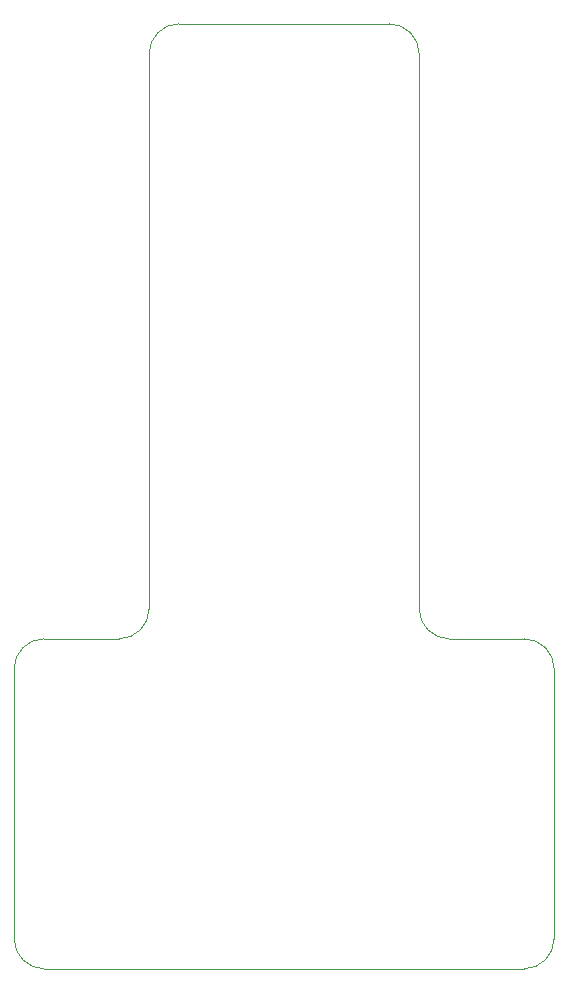
<source format=gm1>
G04 #@! TF.GenerationSoftware,KiCad,Pcbnew,(6.0.8-1)-1*
G04 #@! TF.CreationDate,2023-04-13T00:42:50-04:00*
G04 #@! TF.ProjectId,featherwing_rs485,66656174-6865-4727-9769-6e675f727334,1*
G04 #@! TF.SameCoordinates,Original*
G04 #@! TF.FileFunction,Profile,NP*
%FSLAX46Y46*%
G04 Gerber Fmt 4.6, Leading zero omitted, Abs format (unit mm)*
G04 Created by KiCad (PCBNEW (6.0.8-1)-1) date 2023-04-13 00:42:50*
%MOMM*%
%LPD*%
G01*
G04 APERTURE LIST*
G04 #@! TA.AperFunction,Profile*
%ADD10C,0.100000*%
G04 #@! TD*
G04 APERTURE END LIST*
D10*
X96520000Y-109220000D02*
X96520000Y-132080000D01*
X85090000Y-104140000D02*
G75*
G03*
X87630000Y-106680000I2540000J0D01*
G01*
X50800000Y-132080000D02*
G75*
G03*
X53340000Y-134620000I2540000J0D01*
G01*
X53340000Y-134620000D02*
X93980000Y-134620000D01*
X93980000Y-134620000D02*
G75*
G03*
X96520000Y-132080000I0J2540000D01*
G01*
X53340000Y-106680000D02*
G75*
G03*
X50800000Y-109220000I0J-2540000D01*
G01*
X96520000Y-109220000D02*
G75*
G03*
X93980000Y-106680000I-2540000J0D01*
G01*
X82550000Y-54610000D02*
X64770000Y-54610000D01*
X87630000Y-106680000D02*
X93980000Y-106680000D01*
X50800000Y-132080000D02*
X50800000Y-109220000D01*
X85090000Y-57150000D02*
G75*
G03*
X82550000Y-54610000I-2540000J0D01*
G01*
X59690000Y-106680000D02*
G75*
G03*
X62230000Y-104140000I0J2540000D01*
G01*
X53340000Y-106680000D02*
X59690000Y-106680000D01*
X64770000Y-54610000D02*
G75*
G03*
X62230000Y-57150000I0J-2540000D01*
G01*
X62230000Y-57150000D02*
X62230000Y-104140000D01*
X85090000Y-57150000D02*
X85090000Y-104140000D01*
M02*

</source>
